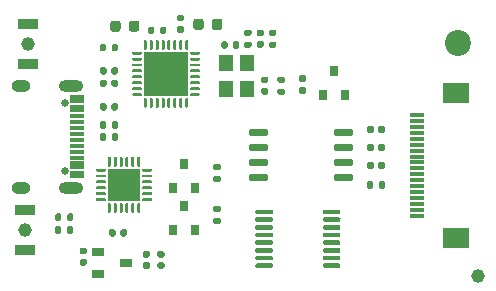
<source format=gbr>
%TF.GenerationSoftware,KiCad,Pcbnew,5.1.9-73d0e3b20d~88~ubuntu20.04.1*%
%TF.CreationDate,2021-02-21T20:05:17+08:00*%
%TF.ProjectId,weather_wifi,77656174-6865-4725-9f77-6966692e6b69,1.0*%
%TF.SameCoordinates,Original*%
%TF.FileFunction,Soldermask,Top*%
%TF.FilePolarity,Negative*%
%FSLAX46Y46*%
G04 Gerber Fmt 4.6, Leading zero omitted, Abs format (unit mm)*
G04 Created by KiCad (PCBNEW 5.1.9-73d0e3b20d~88~ubuntu20.04.1) date 2021-02-21 20:05:17*
%MOMM*%
%LPD*%
G01*
G04 APERTURE LIST*
%ADD10C,1.152000*%
%ADD11C,2.200000*%
%ADD12R,2.200000X1.800000*%
%ADD13R,1.300000X0.300000*%
%ADD14O,2.100000X1.000000*%
%ADD15O,1.600000X1.000000*%
%ADD16C,0.650000*%
%ADD17R,1.150000X0.300000*%
%ADD18R,0.800000X0.900000*%
%ADD19R,1.700000X0.900000*%
%ADD20R,1.000000X0.700000*%
%ADD21R,3.700000X3.700000*%
%ADD22R,2.700000X2.700000*%
%ADD23R,1.200000X1.400000*%
G04 APERTURE END LIST*
D10*
%TO.C,REF\u002A\u002A*%
X83317080Y-66375280D03*
%TD*%
D11*
%TO.C,REF\u002A\u002A*%
X81602580Y-46690280D03*
%TD*%
%TO.C,C4*%
G36*
G01*
X51870000Y-48852000D02*
X51870000Y-49192000D01*
G75*
G02*
X51730000Y-49332000I-140000J0D01*
G01*
X51450000Y-49332000D01*
G75*
G02*
X51310000Y-49192000I0J140000D01*
G01*
X51310000Y-48852000D01*
G75*
G02*
X51450000Y-48712000I140000J0D01*
G01*
X51730000Y-48712000D01*
G75*
G02*
X51870000Y-48852000I0J-140000D01*
G01*
G37*
G36*
G01*
X52830000Y-48852000D02*
X52830000Y-49192000D01*
G75*
G02*
X52690000Y-49332000I-140000J0D01*
G01*
X52410000Y-49332000D01*
G75*
G02*
X52270000Y-49192000I0J140000D01*
G01*
X52270000Y-48852000D01*
G75*
G02*
X52410000Y-48712000I140000J0D01*
G01*
X52690000Y-48712000D01*
G75*
G02*
X52830000Y-48852000I0J-140000D01*
G01*
G37*
%TD*%
D12*
%TO.C,J1*%
X81410000Y-50873000D03*
X81410000Y-63173000D03*
D13*
X78160000Y-61273000D03*
X78160000Y-60773000D03*
X78160000Y-60273000D03*
X78160000Y-59773000D03*
X78160000Y-59273000D03*
X78160000Y-58773000D03*
X78160000Y-58273000D03*
X78160000Y-57773000D03*
X78160000Y-57273000D03*
X78160000Y-56773000D03*
X78160000Y-56273000D03*
X78160000Y-55773000D03*
X78160000Y-55273000D03*
X78160000Y-54773000D03*
X78160000Y-54273000D03*
X78160000Y-53773000D03*
X78160000Y-53273000D03*
X78160000Y-52773000D03*
%TD*%
D14*
%TO.C,J2*%
X48825000Y-50290000D03*
X48825000Y-58930000D03*
D15*
X44645000Y-50290000D03*
X44645000Y-58930000D03*
D16*
X48325000Y-57500000D03*
X48325000Y-51720000D03*
D17*
X49390000Y-57660000D03*
X49390000Y-56860000D03*
X49390000Y-56360000D03*
X49390000Y-55860000D03*
X49390000Y-55360000D03*
X49390000Y-54860000D03*
X49390000Y-54360000D03*
X49390000Y-53860000D03*
X49390000Y-53360000D03*
X49390000Y-52860000D03*
X49390000Y-52060000D03*
X49390000Y-51260000D03*
X49390000Y-51560000D03*
X49390000Y-52360000D03*
X49390000Y-57160000D03*
X49390000Y-57960000D03*
%TD*%
%TO.C,L1*%
G36*
G01*
X59221920Y-45341250D02*
X59221920Y-44828750D01*
G75*
G02*
X59440670Y-44610000I218750J0D01*
G01*
X59878170Y-44610000D01*
G75*
G02*
X60096920Y-44828750I0J-218750D01*
G01*
X60096920Y-45341250D01*
G75*
G02*
X59878170Y-45560000I-218750J0D01*
G01*
X59440670Y-45560000D01*
G75*
G02*
X59221920Y-45341250I0J218750D01*
G01*
G37*
G36*
G01*
X60796920Y-45341250D02*
X60796920Y-44828750D01*
G75*
G02*
X61015670Y-44610000I218750J0D01*
G01*
X61453170Y-44610000D01*
G75*
G02*
X61671920Y-44828750I0J-218750D01*
G01*
X61671920Y-45341250D01*
G75*
G02*
X61453170Y-45560000I-218750J0D01*
G01*
X61015670Y-45560000D01*
G75*
G02*
X60796920Y-45341250I0J218750D01*
G01*
G37*
%TD*%
%TO.C,L2*%
G36*
G01*
X53056040Y-44981150D02*
X53056040Y-45493650D01*
G75*
G02*
X52837290Y-45712400I-218750J0D01*
G01*
X52399790Y-45712400D01*
G75*
G02*
X52181040Y-45493650I0J218750D01*
G01*
X52181040Y-44981150D01*
G75*
G02*
X52399790Y-44762400I218750J0D01*
G01*
X52837290Y-44762400D01*
G75*
G02*
X53056040Y-44981150I0J-218750D01*
G01*
G37*
G36*
G01*
X54631040Y-44981150D02*
X54631040Y-45493650D01*
G75*
G02*
X54412290Y-45712400I-218750J0D01*
G01*
X53974790Y-45712400D01*
G75*
G02*
X53756040Y-45493650I0J218750D01*
G01*
X53756040Y-44981150D01*
G75*
G02*
X53974790Y-44762400I218750J0D01*
G01*
X54412290Y-44762400D01*
G75*
G02*
X54631040Y-44981150I0J-218750D01*
G01*
G37*
%TD*%
D18*
%TO.C,Q1*%
X57470000Y-58912000D03*
X59370000Y-58912000D03*
X58420000Y-56912000D03*
%TD*%
%TO.C,Q2*%
X58420000Y-60468000D03*
X59370000Y-62468000D03*
X57470000Y-62468000D03*
%TD*%
%TO.C,Q3*%
X70170000Y-51038000D03*
X72070000Y-51038000D03*
X71120000Y-49038000D03*
%TD*%
D10*
%TO.C,SW1*%
X44958000Y-62484000D03*
D19*
X44958000Y-60784000D03*
X44958000Y-64184000D03*
%TD*%
%TO.C,SW2*%
X45212000Y-48436000D03*
X45212000Y-45036000D03*
D10*
X45212000Y-46736000D03*
%TD*%
D20*
%TO.C,U1*%
X51124000Y-64328000D03*
X51124000Y-66228000D03*
X53524000Y-65278000D03*
%TD*%
%TO.C,U2*%
G36*
G01*
X58583500Y-46426000D02*
X58708500Y-46426000D01*
G75*
G02*
X58771000Y-46488500I0J-62500D01*
G01*
X58771000Y-47163500D01*
G75*
G02*
X58708500Y-47226000I-62500J0D01*
G01*
X58583500Y-47226000D01*
G75*
G02*
X58521000Y-47163500I0J62500D01*
G01*
X58521000Y-46488500D01*
G75*
G02*
X58583500Y-46426000I62500J0D01*
G01*
G37*
G36*
G01*
X58083500Y-46426000D02*
X58208500Y-46426000D01*
G75*
G02*
X58271000Y-46488500I0J-62500D01*
G01*
X58271000Y-47163500D01*
G75*
G02*
X58208500Y-47226000I-62500J0D01*
G01*
X58083500Y-47226000D01*
G75*
G02*
X58021000Y-47163500I0J62500D01*
G01*
X58021000Y-46488500D01*
G75*
G02*
X58083500Y-46426000I62500J0D01*
G01*
G37*
G36*
G01*
X57583500Y-46426000D02*
X57708500Y-46426000D01*
G75*
G02*
X57771000Y-46488500I0J-62500D01*
G01*
X57771000Y-47163500D01*
G75*
G02*
X57708500Y-47226000I-62500J0D01*
G01*
X57583500Y-47226000D01*
G75*
G02*
X57521000Y-47163500I0J62500D01*
G01*
X57521000Y-46488500D01*
G75*
G02*
X57583500Y-46426000I62500J0D01*
G01*
G37*
G36*
G01*
X57083500Y-46426000D02*
X57208500Y-46426000D01*
G75*
G02*
X57271000Y-46488500I0J-62500D01*
G01*
X57271000Y-47163500D01*
G75*
G02*
X57208500Y-47226000I-62500J0D01*
G01*
X57083500Y-47226000D01*
G75*
G02*
X57021000Y-47163500I0J62500D01*
G01*
X57021000Y-46488500D01*
G75*
G02*
X57083500Y-46426000I62500J0D01*
G01*
G37*
G36*
G01*
X56583500Y-46426000D02*
X56708500Y-46426000D01*
G75*
G02*
X56771000Y-46488500I0J-62500D01*
G01*
X56771000Y-47163500D01*
G75*
G02*
X56708500Y-47226000I-62500J0D01*
G01*
X56583500Y-47226000D01*
G75*
G02*
X56521000Y-47163500I0J62500D01*
G01*
X56521000Y-46488500D01*
G75*
G02*
X56583500Y-46426000I62500J0D01*
G01*
G37*
G36*
G01*
X56083500Y-46426000D02*
X56208500Y-46426000D01*
G75*
G02*
X56271000Y-46488500I0J-62500D01*
G01*
X56271000Y-47163500D01*
G75*
G02*
X56208500Y-47226000I-62500J0D01*
G01*
X56083500Y-47226000D01*
G75*
G02*
X56021000Y-47163500I0J62500D01*
G01*
X56021000Y-46488500D01*
G75*
G02*
X56083500Y-46426000I62500J0D01*
G01*
G37*
G36*
G01*
X55583500Y-46426000D02*
X55708500Y-46426000D01*
G75*
G02*
X55771000Y-46488500I0J-62500D01*
G01*
X55771000Y-47163500D01*
G75*
G02*
X55708500Y-47226000I-62500J0D01*
G01*
X55583500Y-47226000D01*
G75*
G02*
X55521000Y-47163500I0J62500D01*
G01*
X55521000Y-46488500D01*
G75*
G02*
X55583500Y-46426000I62500J0D01*
G01*
G37*
G36*
G01*
X55083500Y-46426000D02*
X55208500Y-46426000D01*
G75*
G02*
X55271000Y-46488500I0J-62500D01*
G01*
X55271000Y-47163500D01*
G75*
G02*
X55208500Y-47226000I-62500J0D01*
G01*
X55083500Y-47226000D01*
G75*
G02*
X55021000Y-47163500I0J62500D01*
G01*
X55021000Y-46488500D01*
G75*
G02*
X55083500Y-46426000I62500J0D01*
G01*
G37*
G36*
G01*
X54108500Y-47401000D02*
X54783500Y-47401000D01*
G75*
G02*
X54846000Y-47463500I0J-62500D01*
G01*
X54846000Y-47588500D01*
G75*
G02*
X54783500Y-47651000I-62500J0D01*
G01*
X54108500Y-47651000D01*
G75*
G02*
X54046000Y-47588500I0J62500D01*
G01*
X54046000Y-47463500D01*
G75*
G02*
X54108500Y-47401000I62500J0D01*
G01*
G37*
G36*
G01*
X54108500Y-47901000D02*
X54783500Y-47901000D01*
G75*
G02*
X54846000Y-47963500I0J-62500D01*
G01*
X54846000Y-48088500D01*
G75*
G02*
X54783500Y-48151000I-62500J0D01*
G01*
X54108500Y-48151000D01*
G75*
G02*
X54046000Y-48088500I0J62500D01*
G01*
X54046000Y-47963500D01*
G75*
G02*
X54108500Y-47901000I62500J0D01*
G01*
G37*
G36*
G01*
X54108500Y-48401000D02*
X54783500Y-48401000D01*
G75*
G02*
X54846000Y-48463500I0J-62500D01*
G01*
X54846000Y-48588500D01*
G75*
G02*
X54783500Y-48651000I-62500J0D01*
G01*
X54108500Y-48651000D01*
G75*
G02*
X54046000Y-48588500I0J62500D01*
G01*
X54046000Y-48463500D01*
G75*
G02*
X54108500Y-48401000I62500J0D01*
G01*
G37*
G36*
G01*
X54108500Y-48901000D02*
X54783500Y-48901000D01*
G75*
G02*
X54846000Y-48963500I0J-62500D01*
G01*
X54846000Y-49088500D01*
G75*
G02*
X54783500Y-49151000I-62500J0D01*
G01*
X54108500Y-49151000D01*
G75*
G02*
X54046000Y-49088500I0J62500D01*
G01*
X54046000Y-48963500D01*
G75*
G02*
X54108500Y-48901000I62500J0D01*
G01*
G37*
G36*
G01*
X54108500Y-49401000D02*
X54783500Y-49401000D01*
G75*
G02*
X54846000Y-49463500I0J-62500D01*
G01*
X54846000Y-49588500D01*
G75*
G02*
X54783500Y-49651000I-62500J0D01*
G01*
X54108500Y-49651000D01*
G75*
G02*
X54046000Y-49588500I0J62500D01*
G01*
X54046000Y-49463500D01*
G75*
G02*
X54108500Y-49401000I62500J0D01*
G01*
G37*
G36*
G01*
X54108500Y-49901000D02*
X54783500Y-49901000D01*
G75*
G02*
X54846000Y-49963500I0J-62500D01*
G01*
X54846000Y-50088500D01*
G75*
G02*
X54783500Y-50151000I-62500J0D01*
G01*
X54108500Y-50151000D01*
G75*
G02*
X54046000Y-50088500I0J62500D01*
G01*
X54046000Y-49963500D01*
G75*
G02*
X54108500Y-49901000I62500J0D01*
G01*
G37*
G36*
G01*
X54108500Y-50401000D02*
X54783500Y-50401000D01*
G75*
G02*
X54846000Y-50463500I0J-62500D01*
G01*
X54846000Y-50588500D01*
G75*
G02*
X54783500Y-50651000I-62500J0D01*
G01*
X54108500Y-50651000D01*
G75*
G02*
X54046000Y-50588500I0J62500D01*
G01*
X54046000Y-50463500D01*
G75*
G02*
X54108500Y-50401000I62500J0D01*
G01*
G37*
G36*
G01*
X54108500Y-50901000D02*
X54783500Y-50901000D01*
G75*
G02*
X54846000Y-50963500I0J-62500D01*
G01*
X54846000Y-51088500D01*
G75*
G02*
X54783500Y-51151000I-62500J0D01*
G01*
X54108500Y-51151000D01*
G75*
G02*
X54046000Y-51088500I0J62500D01*
G01*
X54046000Y-50963500D01*
G75*
G02*
X54108500Y-50901000I62500J0D01*
G01*
G37*
G36*
G01*
X55083500Y-51326000D02*
X55208500Y-51326000D01*
G75*
G02*
X55271000Y-51388500I0J-62500D01*
G01*
X55271000Y-52063500D01*
G75*
G02*
X55208500Y-52126000I-62500J0D01*
G01*
X55083500Y-52126000D01*
G75*
G02*
X55021000Y-52063500I0J62500D01*
G01*
X55021000Y-51388500D01*
G75*
G02*
X55083500Y-51326000I62500J0D01*
G01*
G37*
G36*
G01*
X55583500Y-51326000D02*
X55708500Y-51326000D01*
G75*
G02*
X55771000Y-51388500I0J-62500D01*
G01*
X55771000Y-52063500D01*
G75*
G02*
X55708500Y-52126000I-62500J0D01*
G01*
X55583500Y-52126000D01*
G75*
G02*
X55521000Y-52063500I0J62500D01*
G01*
X55521000Y-51388500D01*
G75*
G02*
X55583500Y-51326000I62500J0D01*
G01*
G37*
G36*
G01*
X56083500Y-51326000D02*
X56208500Y-51326000D01*
G75*
G02*
X56271000Y-51388500I0J-62500D01*
G01*
X56271000Y-52063500D01*
G75*
G02*
X56208500Y-52126000I-62500J0D01*
G01*
X56083500Y-52126000D01*
G75*
G02*
X56021000Y-52063500I0J62500D01*
G01*
X56021000Y-51388500D01*
G75*
G02*
X56083500Y-51326000I62500J0D01*
G01*
G37*
G36*
G01*
X56583500Y-51326000D02*
X56708500Y-51326000D01*
G75*
G02*
X56771000Y-51388500I0J-62500D01*
G01*
X56771000Y-52063500D01*
G75*
G02*
X56708500Y-52126000I-62500J0D01*
G01*
X56583500Y-52126000D01*
G75*
G02*
X56521000Y-52063500I0J62500D01*
G01*
X56521000Y-51388500D01*
G75*
G02*
X56583500Y-51326000I62500J0D01*
G01*
G37*
G36*
G01*
X57083500Y-51326000D02*
X57208500Y-51326000D01*
G75*
G02*
X57271000Y-51388500I0J-62500D01*
G01*
X57271000Y-52063500D01*
G75*
G02*
X57208500Y-52126000I-62500J0D01*
G01*
X57083500Y-52126000D01*
G75*
G02*
X57021000Y-52063500I0J62500D01*
G01*
X57021000Y-51388500D01*
G75*
G02*
X57083500Y-51326000I62500J0D01*
G01*
G37*
G36*
G01*
X57583500Y-51326000D02*
X57708500Y-51326000D01*
G75*
G02*
X57771000Y-51388500I0J-62500D01*
G01*
X57771000Y-52063500D01*
G75*
G02*
X57708500Y-52126000I-62500J0D01*
G01*
X57583500Y-52126000D01*
G75*
G02*
X57521000Y-52063500I0J62500D01*
G01*
X57521000Y-51388500D01*
G75*
G02*
X57583500Y-51326000I62500J0D01*
G01*
G37*
G36*
G01*
X58083500Y-51326000D02*
X58208500Y-51326000D01*
G75*
G02*
X58271000Y-51388500I0J-62500D01*
G01*
X58271000Y-52063500D01*
G75*
G02*
X58208500Y-52126000I-62500J0D01*
G01*
X58083500Y-52126000D01*
G75*
G02*
X58021000Y-52063500I0J62500D01*
G01*
X58021000Y-51388500D01*
G75*
G02*
X58083500Y-51326000I62500J0D01*
G01*
G37*
G36*
G01*
X58583500Y-51326000D02*
X58708500Y-51326000D01*
G75*
G02*
X58771000Y-51388500I0J-62500D01*
G01*
X58771000Y-52063500D01*
G75*
G02*
X58708500Y-52126000I-62500J0D01*
G01*
X58583500Y-52126000D01*
G75*
G02*
X58521000Y-52063500I0J62500D01*
G01*
X58521000Y-51388500D01*
G75*
G02*
X58583500Y-51326000I62500J0D01*
G01*
G37*
G36*
G01*
X59008500Y-50901000D02*
X59683500Y-50901000D01*
G75*
G02*
X59746000Y-50963500I0J-62500D01*
G01*
X59746000Y-51088500D01*
G75*
G02*
X59683500Y-51151000I-62500J0D01*
G01*
X59008500Y-51151000D01*
G75*
G02*
X58946000Y-51088500I0J62500D01*
G01*
X58946000Y-50963500D01*
G75*
G02*
X59008500Y-50901000I62500J0D01*
G01*
G37*
G36*
G01*
X59008500Y-50401000D02*
X59683500Y-50401000D01*
G75*
G02*
X59746000Y-50463500I0J-62500D01*
G01*
X59746000Y-50588500D01*
G75*
G02*
X59683500Y-50651000I-62500J0D01*
G01*
X59008500Y-50651000D01*
G75*
G02*
X58946000Y-50588500I0J62500D01*
G01*
X58946000Y-50463500D01*
G75*
G02*
X59008500Y-50401000I62500J0D01*
G01*
G37*
G36*
G01*
X59008500Y-49901000D02*
X59683500Y-49901000D01*
G75*
G02*
X59746000Y-49963500I0J-62500D01*
G01*
X59746000Y-50088500D01*
G75*
G02*
X59683500Y-50151000I-62500J0D01*
G01*
X59008500Y-50151000D01*
G75*
G02*
X58946000Y-50088500I0J62500D01*
G01*
X58946000Y-49963500D01*
G75*
G02*
X59008500Y-49901000I62500J0D01*
G01*
G37*
G36*
G01*
X59008500Y-49401000D02*
X59683500Y-49401000D01*
G75*
G02*
X59746000Y-49463500I0J-62500D01*
G01*
X59746000Y-49588500D01*
G75*
G02*
X59683500Y-49651000I-62500J0D01*
G01*
X59008500Y-49651000D01*
G75*
G02*
X58946000Y-49588500I0J62500D01*
G01*
X58946000Y-49463500D01*
G75*
G02*
X59008500Y-49401000I62500J0D01*
G01*
G37*
G36*
G01*
X59008500Y-48901000D02*
X59683500Y-48901000D01*
G75*
G02*
X59746000Y-48963500I0J-62500D01*
G01*
X59746000Y-49088500D01*
G75*
G02*
X59683500Y-49151000I-62500J0D01*
G01*
X59008500Y-49151000D01*
G75*
G02*
X58946000Y-49088500I0J62500D01*
G01*
X58946000Y-48963500D01*
G75*
G02*
X59008500Y-48901000I62500J0D01*
G01*
G37*
G36*
G01*
X59008500Y-48401000D02*
X59683500Y-48401000D01*
G75*
G02*
X59746000Y-48463500I0J-62500D01*
G01*
X59746000Y-48588500D01*
G75*
G02*
X59683500Y-48651000I-62500J0D01*
G01*
X59008500Y-48651000D01*
G75*
G02*
X58946000Y-48588500I0J62500D01*
G01*
X58946000Y-48463500D01*
G75*
G02*
X59008500Y-48401000I62500J0D01*
G01*
G37*
G36*
G01*
X59008500Y-47901000D02*
X59683500Y-47901000D01*
G75*
G02*
X59746000Y-47963500I0J-62500D01*
G01*
X59746000Y-48088500D01*
G75*
G02*
X59683500Y-48151000I-62500J0D01*
G01*
X59008500Y-48151000D01*
G75*
G02*
X58946000Y-48088500I0J62500D01*
G01*
X58946000Y-47963500D01*
G75*
G02*
X59008500Y-47901000I62500J0D01*
G01*
G37*
G36*
G01*
X59008500Y-47401000D02*
X59683500Y-47401000D01*
G75*
G02*
X59746000Y-47463500I0J-62500D01*
G01*
X59746000Y-47588500D01*
G75*
G02*
X59683500Y-47651000I-62500J0D01*
G01*
X59008500Y-47651000D01*
G75*
G02*
X58946000Y-47588500I0J62500D01*
G01*
X58946000Y-47463500D01*
G75*
G02*
X59008500Y-47401000I62500J0D01*
G01*
G37*
D21*
X56896000Y-49276000D03*
%TD*%
%TO.C,U3*%
G36*
G01*
X63926000Y-54379000D02*
X63926000Y-54079000D01*
G75*
G02*
X64076000Y-53929000I150000J0D01*
G01*
X65376000Y-53929000D01*
G75*
G02*
X65526000Y-54079000I0J-150000D01*
G01*
X65526000Y-54379000D01*
G75*
G02*
X65376000Y-54529000I-150000J0D01*
G01*
X64076000Y-54529000D01*
G75*
G02*
X63926000Y-54379000I0J150000D01*
G01*
G37*
G36*
G01*
X63926000Y-55649000D02*
X63926000Y-55349000D01*
G75*
G02*
X64076000Y-55199000I150000J0D01*
G01*
X65376000Y-55199000D01*
G75*
G02*
X65526000Y-55349000I0J-150000D01*
G01*
X65526000Y-55649000D01*
G75*
G02*
X65376000Y-55799000I-150000J0D01*
G01*
X64076000Y-55799000D01*
G75*
G02*
X63926000Y-55649000I0J150000D01*
G01*
G37*
G36*
G01*
X63926000Y-56919000D02*
X63926000Y-56619000D01*
G75*
G02*
X64076000Y-56469000I150000J0D01*
G01*
X65376000Y-56469000D01*
G75*
G02*
X65526000Y-56619000I0J-150000D01*
G01*
X65526000Y-56919000D01*
G75*
G02*
X65376000Y-57069000I-150000J0D01*
G01*
X64076000Y-57069000D01*
G75*
G02*
X63926000Y-56919000I0J150000D01*
G01*
G37*
G36*
G01*
X63926000Y-58189000D02*
X63926000Y-57889000D01*
G75*
G02*
X64076000Y-57739000I150000J0D01*
G01*
X65376000Y-57739000D01*
G75*
G02*
X65526000Y-57889000I0J-150000D01*
G01*
X65526000Y-58189000D01*
G75*
G02*
X65376000Y-58339000I-150000J0D01*
G01*
X64076000Y-58339000D01*
G75*
G02*
X63926000Y-58189000I0J150000D01*
G01*
G37*
G36*
G01*
X71126000Y-58189000D02*
X71126000Y-57889000D01*
G75*
G02*
X71276000Y-57739000I150000J0D01*
G01*
X72576000Y-57739000D01*
G75*
G02*
X72726000Y-57889000I0J-150000D01*
G01*
X72726000Y-58189000D01*
G75*
G02*
X72576000Y-58339000I-150000J0D01*
G01*
X71276000Y-58339000D01*
G75*
G02*
X71126000Y-58189000I0J150000D01*
G01*
G37*
G36*
G01*
X71126000Y-56919000D02*
X71126000Y-56619000D01*
G75*
G02*
X71276000Y-56469000I150000J0D01*
G01*
X72576000Y-56469000D01*
G75*
G02*
X72726000Y-56619000I0J-150000D01*
G01*
X72726000Y-56919000D01*
G75*
G02*
X72576000Y-57069000I-150000J0D01*
G01*
X71276000Y-57069000D01*
G75*
G02*
X71126000Y-56919000I0J150000D01*
G01*
G37*
G36*
G01*
X71126000Y-55649000D02*
X71126000Y-55349000D01*
G75*
G02*
X71276000Y-55199000I150000J0D01*
G01*
X72576000Y-55199000D01*
G75*
G02*
X72726000Y-55349000I0J-150000D01*
G01*
X72726000Y-55649000D01*
G75*
G02*
X72576000Y-55799000I-150000J0D01*
G01*
X71276000Y-55799000D01*
G75*
G02*
X71126000Y-55649000I0J150000D01*
G01*
G37*
G36*
G01*
X71126000Y-54379000D02*
X71126000Y-54079000D01*
G75*
G02*
X71276000Y-53929000I150000J0D01*
G01*
X72576000Y-53929000D01*
G75*
G02*
X72726000Y-54079000I0J-150000D01*
G01*
X72726000Y-54379000D01*
G75*
G02*
X72576000Y-54529000I-150000J0D01*
G01*
X71276000Y-54529000D01*
G75*
G02*
X71126000Y-54379000I0J150000D01*
G01*
G37*
%TD*%
%TO.C,U4*%
G36*
G01*
X50965000Y-57486500D02*
X50965000Y-57361500D01*
G75*
G02*
X51027500Y-57299000I62500J0D01*
G01*
X51727500Y-57299000D01*
G75*
G02*
X51790000Y-57361500I0J-62500D01*
G01*
X51790000Y-57486500D01*
G75*
G02*
X51727500Y-57549000I-62500J0D01*
G01*
X51027500Y-57549000D01*
G75*
G02*
X50965000Y-57486500I0J62500D01*
G01*
G37*
G36*
G01*
X50965000Y-57986500D02*
X50965000Y-57861500D01*
G75*
G02*
X51027500Y-57799000I62500J0D01*
G01*
X51727500Y-57799000D01*
G75*
G02*
X51790000Y-57861500I0J-62500D01*
G01*
X51790000Y-57986500D01*
G75*
G02*
X51727500Y-58049000I-62500J0D01*
G01*
X51027500Y-58049000D01*
G75*
G02*
X50965000Y-57986500I0J62500D01*
G01*
G37*
G36*
G01*
X50965000Y-58486500D02*
X50965000Y-58361500D01*
G75*
G02*
X51027500Y-58299000I62500J0D01*
G01*
X51727500Y-58299000D01*
G75*
G02*
X51790000Y-58361500I0J-62500D01*
G01*
X51790000Y-58486500D01*
G75*
G02*
X51727500Y-58549000I-62500J0D01*
G01*
X51027500Y-58549000D01*
G75*
G02*
X50965000Y-58486500I0J62500D01*
G01*
G37*
G36*
G01*
X50965000Y-58986500D02*
X50965000Y-58861500D01*
G75*
G02*
X51027500Y-58799000I62500J0D01*
G01*
X51727500Y-58799000D01*
G75*
G02*
X51790000Y-58861500I0J-62500D01*
G01*
X51790000Y-58986500D01*
G75*
G02*
X51727500Y-59049000I-62500J0D01*
G01*
X51027500Y-59049000D01*
G75*
G02*
X50965000Y-58986500I0J62500D01*
G01*
G37*
G36*
G01*
X50965000Y-59486500D02*
X50965000Y-59361500D01*
G75*
G02*
X51027500Y-59299000I62500J0D01*
G01*
X51727500Y-59299000D01*
G75*
G02*
X51790000Y-59361500I0J-62500D01*
G01*
X51790000Y-59486500D01*
G75*
G02*
X51727500Y-59549000I-62500J0D01*
G01*
X51027500Y-59549000D01*
G75*
G02*
X50965000Y-59486500I0J62500D01*
G01*
G37*
G36*
G01*
X50965000Y-59986500D02*
X50965000Y-59861500D01*
G75*
G02*
X51027500Y-59799000I62500J0D01*
G01*
X51727500Y-59799000D01*
G75*
G02*
X51790000Y-59861500I0J-62500D01*
G01*
X51790000Y-59986500D01*
G75*
G02*
X51727500Y-60049000I-62500J0D01*
G01*
X51027500Y-60049000D01*
G75*
G02*
X50965000Y-59986500I0J62500D01*
G01*
G37*
G36*
G01*
X51965000Y-60986500D02*
X51965000Y-60286500D01*
G75*
G02*
X52027500Y-60224000I62500J0D01*
G01*
X52152500Y-60224000D01*
G75*
G02*
X52215000Y-60286500I0J-62500D01*
G01*
X52215000Y-60986500D01*
G75*
G02*
X52152500Y-61049000I-62500J0D01*
G01*
X52027500Y-61049000D01*
G75*
G02*
X51965000Y-60986500I0J62500D01*
G01*
G37*
G36*
G01*
X52465000Y-60986500D02*
X52465000Y-60286500D01*
G75*
G02*
X52527500Y-60224000I62500J0D01*
G01*
X52652500Y-60224000D01*
G75*
G02*
X52715000Y-60286500I0J-62500D01*
G01*
X52715000Y-60986500D01*
G75*
G02*
X52652500Y-61049000I-62500J0D01*
G01*
X52527500Y-61049000D01*
G75*
G02*
X52465000Y-60986500I0J62500D01*
G01*
G37*
G36*
G01*
X52965000Y-60986500D02*
X52965000Y-60286500D01*
G75*
G02*
X53027500Y-60224000I62500J0D01*
G01*
X53152500Y-60224000D01*
G75*
G02*
X53215000Y-60286500I0J-62500D01*
G01*
X53215000Y-60986500D01*
G75*
G02*
X53152500Y-61049000I-62500J0D01*
G01*
X53027500Y-61049000D01*
G75*
G02*
X52965000Y-60986500I0J62500D01*
G01*
G37*
G36*
G01*
X53465000Y-60986500D02*
X53465000Y-60286500D01*
G75*
G02*
X53527500Y-60224000I62500J0D01*
G01*
X53652500Y-60224000D01*
G75*
G02*
X53715000Y-60286500I0J-62500D01*
G01*
X53715000Y-60986500D01*
G75*
G02*
X53652500Y-61049000I-62500J0D01*
G01*
X53527500Y-61049000D01*
G75*
G02*
X53465000Y-60986500I0J62500D01*
G01*
G37*
G36*
G01*
X53965000Y-60986500D02*
X53965000Y-60286500D01*
G75*
G02*
X54027500Y-60224000I62500J0D01*
G01*
X54152500Y-60224000D01*
G75*
G02*
X54215000Y-60286500I0J-62500D01*
G01*
X54215000Y-60986500D01*
G75*
G02*
X54152500Y-61049000I-62500J0D01*
G01*
X54027500Y-61049000D01*
G75*
G02*
X53965000Y-60986500I0J62500D01*
G01*
G37*
G36*
G01*
X54465000Y-60986500D02*
X54465000Y-60286500D01*
G75*
G02*
X54527500Y-60224000I62500J0D01*
G01*
X54652500Y-60224000D01*
G75*
G02*
X54715000Y-60286500I0J-62500D01*
G01*
X54715000Y-60986500D01*
G75*
G02*
X54652500Y-61049000I-62500J0D01*
G01*
X54527500Y-61049000D01*
G75*
G02*
X54465000Y-60986500I0J62500D01*
G01*
G37*
G36*
G01*
X54890000Y-59986500D02*
X54890000Y-59861500D01*
G75*
G02*
X54952500Y-59799000I62500J0D01*
G01*
X55652500Y-59799000D01*
G75*
G02*
X55715000Y-59861500I0J-62500D01*
G01*
X55715000Y-59986500D01*
G75*
G02*
X55652500Y-60049000I-62500J0D01*
G01*
X54952500Y-60049000D01*
G75*
G02*
X54890000Y-59986500I0J62500D01*
G01*
G37*
G36*
G01*
X54890000Y-59486500D02*
X54890000Y-59361500D01*
G75*
G02*
X54952500Y-59299000I62500J0D01*
G01*
X55652500Y-59299000D01*
G75*
G02*
X55715000Y-59361500I0J-62500D01*
G01*
X55715000Y-59486500D01*
G75*
G02*
X55652500Y-59549000I-62500J0D01*
G01*
X54952500Y-59549000D01*
G75*
G02*
X54890000Y-59486500I0J62500D01*
G01*
G37*
G36*
G01*
X54890000Y-58986500D02*
X54890000Y-58861500D01*
G75*
G02*
X54952500Y-58799000I62500J0D01*
G01*
X55652500Y-58799000D01*
G75*
G02*
X55715000Y-58861500I0J-62500D01*
G01*
X55715000Y-58986500D01*
G75*
G02*
X55652500Y-59049000I-62500J0D01*
G01*
X54952500Y-59049000D01*
G75*
G02*
X54890000Y-58986500I0J62500D01*
G01*
G37*
G36*
G01*
X54890000Y-58486500D02*
X54890000Y-58361500D01*
G75*
G02*
X54952500Y-58299000I62500J0D01*
G01*
X55652500Y-58299000D01*
G75*
G02*
X55715000Y-58361500I0J-62500D01*
G01*
X55715000Y-58486500D01*
G75*
G02*
X55652500Y-58549000I-62500J0D01*
G01*
X54952500Y-58549000D01*
G75*
G02*
X54890000Y-58486500I0J62500D01*
G01*
G37*
G36*
G01*
X54890000Y-57986500D02*
X54890000Y-57861500D01*
G75*
G02*
X54952500Y-57799000I62500J0D01*
G01*
X55652500Y-57799000D01*
G75*
G02*
X55715000Y-57861500I0J-62500D01*
G01*
X55715000Y-57986500D01*
G75*
G02*
X55652500Y-58049000I-62500J0D01*
G01*
X54952500Y-58049000D01*
G75*
G02*
X54890000Y-57986500I0J62500D01*
G01*
G37*
G36*
G01*
X54890000Y-57486500D02*
X54890000Y-57361500D01*
G75*
G02*
X54952500Y-57299000I62500J0D01*
G01*
X55652500Y-57299000D01*
G75*
G02*
X55715000Y-57361500I0J-62500D01*
G01*
X55715000Y-57486500D01*
G75*
G02*
X55652500Y-57549000I-62500J0D01*
G01*
X54952500Y-57549000D01*
G75*
G02*
X54890000Y-57486500I0J62500D01*
G01*
G37*
G36*
G01*
X54465000Y-57061500D02*
X54465000Y-56361500D01*
G75*
G02*
X54527500Y-56299000I62500J0D01*
G01*
X54652500Y-56299000D01*
G75*
G02*
X54715000Y-56361500I0J-62500D01*
G01*
X54715000Y-57061500D01*
G75*
G02*
X54652500Y-57124000I-62500J0D01*
G01*
X54527500Y-57124000D01*
G75*
G02*
X54465000Y-57061500I0J62500D01*
G01*
G37*
G36*
G01*
X53965000Y-57061500D02*
X53965000Y-56361500D01*
G75*
G02*
X54027500Y-56299000I62500J0D01*
G01*
X54152500Y-56299000D01*
G75*
G02*
X54215000Y-56361500I0J-62500D01*
G01*
X54215000Y-57061500D01*
G75*
G02*
X54152500Y-57124000I-62500J0D01*
G01*
X54027500Y-57124000D01*
G75*
G02*
X53965000Y-57061500I0J62500D01*
G01*
G37*
G36*
G01*
X53465000Y-57061500D02*
X53465000Y-56361500D01*
G75*
G02*
X53527500Y-56299000I62500J0D01*
G01*
X53652500Y-56299000D01*
G75*
G02*
X53715000Y-56361500I0J-62500D01*
G01*
X53715000Y-57061500D01*
G75*
G02*
X53652500Y-57124000I-62500J0D01*
G01*
X53527500Y-57124000D01*
G75*
G02*
X53465000Y-57061500I0J62500D01*
G01*
G37*
G36*
G01*
X52965000Y-57061500D02*
X52965000Y-56361500D01*
G75*
G02*
X53027500Y-56299000I62500J0D01*
G01*
X53152500Y-56299000D01*
G75*
G02*
X53215000Y-56361500I0J-62500D01*
G01*
X53215000Y-57061500D01*
G75*
G02*
X53152500Y-57124000I-62500J0D01*
G01*
X53027500Y-57124000D01*
G75*
G02*
X52965000Y-57061500I0J62500D01*
G01*
G37*
G36*
G01*
X52465000Y-57061500D02*
X52465000Y-56361500D01*
G75*
G02*
X52527500Y-56299000I62500J0D01*
G01*
X52652500Y-56299000D01*
G75*
G02*
X52715000Y-56361500I0J-62500D01*
G01*
X52715000Y-57061500D01*
G75*
G02*
X52652500Y-57124000I-62500J0D01*
G01*
X52527500Y-57124000D01*
G75*
G02*
X52465000Y-57061500I0J62500D01*
G01*
G37*
G36*
G01*
X51965000Y-57061500D02*
X51965000Y-56361500D01*
G75*
G02*
X52027500Y-56299000I62500J0D01*
G01*
X52152500Y-56299000D01*
G75*
G02*
X52215000Y-56361500I0J-62500D01*
G01*
X52215000Y-57061500D01*
G75*
G02*
X52152500Y-57124000I-62500J0D01*
G01*
X52027500Y-57124000D01*
G75*
G02*
X51965000Y-57061500I0J62500D01*
G01*
G37*
D22*
X53340000Y-58674000D03*
%TD*%
%TO.C,U5*%
G36*
G01*
X71672000Y-65421000D02*
X71672000Y-65621000D01*
G75*
G02*
X71572000Y-65721000I-100000J0D01*
G01*
X70297000Y-65721000D01*
G75*
G02*
X70197000Y-65621000I0J100000D01*
G01*
X70197000Y-65421000D01*
G75*
G02*
X70297000Y-65321000I100000J0D01*
G01*
X71572000Y-65321000D01*
G75*
G02*
X71672000Y-65421000I0J-100000D01*
G01*
G37*
G36*
G01*
X71672000Y-64771000D02*
X71672000Y-64971000D01*
G75*
G02*
X71572000Y-65071000I-100000J0D01*
G01*
X70297000Y-65071000D01*
G75*
G02*
X70197000Y-64971000I0J100000D01*
G01*
X70197000Y-64771000D01*
G75*
G02*
X70297000Y-64671000I100000J0D01*
G01*
X71572000Y-64671000D01*
G75*
G02*
X71672000Y-64771000I0J-100000D01*
G01*
G37*
G36*
G01*
X71672000Y-64121000D02*
X71672000Y-64321000D01*
G75*
G02*
X71572000Y-64421000I-100000J0D01*
G01*
X70297000Y-64421000D01*
G75*
G02*
X70197000Y-64321000I0J100000D01*
G01*
X70197000Y-64121000D01*
G75*
G02*
X70297000Y-64021000I100000J0D01*
G01*
X71572000Y-64021000D01*
G75*
G02*
X71672000Y-64121000I0J-100000D01*
G01*
G37*
G36*
G01*
X71672000Y-63471000D02*
X71672000Y-63671000D01*
G75*
G02*
X71572000Y-63771000I-100000J0D01*
G01*
X70297000Y-63771000D01*
G75*
G02*
X70197000Y-63671000I0J100000D01*
G01*
X70197000Y-63471000D01*
G75*
G02*
X70297000Y-63371000I100000J0D01*
G01*
X71572000Y-63371000D01*
G75*
G02*
X71672000Y-63471000I0J-100000D01*
G01*
G37*
G36*
G01*
X71672000Y-62821000D02*
X71672000Y-63021000D01*
G75*
G02*
X71572000Y-63121000I-100000J0D01*
G01*
X70297000Y-63121000D01*
G75*
G02*
X70197000Y-63021000I0J100000D01*
G01*
X70197000Y-62821000D01*
G75*
G02*
X70297000Y-62721000I100000J0D01*
G01*
X71572000Y-62721000D01*
G75*
G02*
X71672000Y-62821000I0J-100000D01*
G01*
G37*
G36*
G01*
X71672000Y-62171000D02*
X71672000Y-62371000D01*
G75*
G02*
X71572000Y-62471000I-100000J0D01*
G01*
X70297000Y-62471000D01*
G75*
G02*
X70197000Y-62371000I0J100000D01*
G01*
X70197000Y-62171000D01*
G75*
G02*
X70297000Y-62071000I100000J0D01*
G01*
X71572000Y-62071000D01*
G75*
G02*
X71672000Y-62171000I0J-100000D01*
G01*
G37*
G36*
G01*
X71672000Y-61521000D02*
X71672000Y-61721000D01*
G75*
G02*
X71572000Y-61821000I-100000J0D01*
G01*
X70297000Y-61821000D01*
G75*
G02*
X70197000Y-61721000I0J100000D01*
G01*
X70197000Y-61521000D01*
G75*
G02*
X70297000Y-61421000I100000J0D01*
G01*
X71572000Y-61421000D01*
G75*
G02*
X71672000Y-61521000I0J-100000D01*
G01*
G37*
G36*
G01*
X71672000Y-60871000D02*
X71672000Y-61071000D01*
G75*
G02*
X71572000Y-61171000I-100000J0D01*
G01*
X70297000Y-61171000D01*
G75*
G02*
X70197000Y-61071000I0J100000D01*
G01*
X70197000Y-60871000D01*
G75*
G02*
X70297000Y-60771000I100000J0D01*
G01*
X71572000Y-60771000D01*
G75*
G02*
X71672000Y-60871000I0J-100000D01*
G01*
G37*
G36*
G01*
X65947000Y-60871000D02*
X65947000Y-61071000D01*
G75*
G02*
X65847000Y-61171000I-100000J0D01*
G01*
X64572000Y-61171000D01*
G75*
G02*
X64472000Y-61071000I0J100000D01*
G01*
X64472000Y-60871000D01*
G75*
G02*
X64572000Y-60771000I100000J0D01*
G01*
X65847000Y-60771000D01*
G75*
G02*
X65947000Y-60871000I0J-100000D01*
G01*
G37*
G36*
G01*
X65947000Y-61521000D02*
X65947000Y-61721000D01*
G75*
G02*
X65847000Y-61821000I-100000J0D01*
G01*
X64572000Y-61821000D01*
G75*
G02*
X64472000Y-61721000I0J100000D01*
G01*
X64472000Y-61521000D01*
G75*
G02*
X64572000Y-61421000I100000J0D01*
G01*
X65847000Y-61421000D01*
G75*
G02*
X65947000Y-61521000I0J-100000D01*
G01*
G37*
G36*
G01*
X65947000Y-62171000D02*
X65947000Y-62371000D01*
G75*
G02*
X65847000Y-62471000I-100000J0D01*
G01*
X64572000Y-62471000D01*
G75*
G02*
X64472000Y-62371000I0J100000D01*
G01*
X64472000Y-62171000D01*
G75*
G02*
X64572000Y-62071000I100000J0D01*
G01*
X65847000Y-62071000D01*
G75*
G02*
X65947000Y-62171000I0J-100000D01*
G01*
G37*
G36*
G01*
X65947000Y-62821000D02*
X65947000Y-63021000D01*
G75*
G02*
X65847000Y-63121000I-100000J0D01*
G01*
X64572000Y-63121000D01*
G75*
G02*
X64472000Y-63021000I0J100000D01*
G01*
X64472000Y-62821000D01*
G75*
G02*
X64572000Y-62721000I100000J0D01*
G01*
X65847000Y-62721000D01*
G75*
G02*
X65947000Y-62821000I0J-100000D01*
G01*
G37*
G36*
G01*
X65947000Y-63471000D02*
X65947000Y-63671000D01*
G75*
G02*
X65847000Y-63771000I-100000J0D01*
G01*
X64572000Y-63771000D01*
G75*
G02*
X64472000Y-63671000I0J100000D01*
G01*
X64472000Y-63471000D01*
G75*
G02*
X64572000Y-63371000I100000J0D01*
G01*
X65847000Y-63371000D01*
G75*
G02*
X65947000Y-63471000I0J-100000D01*
G01*
G37*
G36*
G01*
X65947000Y-64121000D02*
X65947000Y-64321000D01*
G75*
G02*
X65847000Y-64421000I-100000J0D01*
G01*
X64572000Y-64421000D01*
G75*
G02*
X64472000Y-64321000I0J100000D01*
G01*
X64472000Y-64121000D01*
G75*
G02*
X64572000Y-64021000I100000J0D01*
G01*
X65847000Y-64021000D01*
G75*
G02*
X65947000Y-64121000I0J-100000D01*
G01*
G37*
G36*
G01*
X65947000Y-64771000D02*
X65947000Y-64971000D01*
G75*
G02*
X65847000Y-65071000I-100000J0D01*
G01*
X64572000Y-65071000D01*
G75*
G02*
X64472000Y-64971000I0J100000D01*
G01*
X64472000Y-64771000D01*
G75*
G02*
X64572000Y-64671000I100000J0D01*
G01*
X65847000Y-64671000D01*
G75*
G02*
X65947000Y-64771000I0J-100000D01*
G01*
G37*
G36*
G01*
X65947000Y-65421000D02*
X65947000Y-65621000D01*
G75*
G02*
X65847000Y-65721000I-100000J0D01*
G01*
X64572000Y-65721000D01*
G75*
G02*
X64472000Y-65621000I0J100000D01*
G01*
X64472000Y-65421000D01*
G75*
G02*
X64572000Y-65321000I100000J0D01*
G01*
X65847000Y-65321000D01*
G75*
G02*
X65947000Y-65421000I0J-100000D01*
G01*
G37*
%TD*%
D23*
%TO.C,Y1*%
X62015000Y-48374120D03*
X62015000Y-50574120D03*
X63715000Y-50574120D03*
X63715000Y-48374120D03*
%TD*%
%TO.C,C1*%
G36*
G01*
X55415000Y-64824000D02*
X55075000Y-64824000D01*
G75*
G02*
X54935000Y-64684000I0J140000D01*
G01*
X54935000Y-64404000D01*
G75*
G02*
X55075000Y-64264000I140000J0D01*
G01*
X55415000Y-64264000D01*
G75*
G02*
X55555000Y-64404000I0J-140000D01*
G01*
X55555000Y-64684000D01*
G75*
G02*
X55415000Y-64824000I-140000J0D01*
G01*
G37*
G36*
G01*
X55415000Y-65784000D02*
X55075000Y-65784000D01*
G75*
G02*
X54935000Y-65644000I0J140000D01*
G01*
X54935000Y-65364000D01*
G75*
G02*
X55075000Y-65224000I140000J0D01*
G01*
X55415000Y-65224000D01*
G75*
G02*
X55555000Y-65364000I0J-140000D01*
G01*
X55555000Y-65644000D01*
G75*
G02*
X55415000Y-65784000I-140000J0D01*
G01*
G37*
%TD*%
%TO.C,C2*%
G36*
G01*
X65427680Y-50066600D02*
X65087680Y-50066600D01*
G75*
G02*
X64947680Y-49926600I0J140000D01*
G01*
X64947680Y-49646600D01*
G75*
G02*
X65087680Y-49506600I140000J0D01*
G01*
X65427680Y-49506600D01*
G75*
G02*
X65567680Y-49646600I0J-140000D01*
G01*
X65567680Y-49926600D01*
G75*
G02*
X65427680Y-50066600I-140000J0D01*
G01*
G37*
G36*
G01*
X65427680Y-51026600D02*
X65087680Y-51026600D01*
G75*
G02*
X64947680Y-50886600I0J140000D01*
G01*
X64947680Y-50606600D01*
G75*
G02*
X65087680Y-50466600I140000J0D01*
G01*
X65427680Y-50466600D01*
G75*
G02*
X65567680Y-50606600I0J-140000D01*
G01*
X65567680Y-50886600D01*
G75*
G02*
X65427680Y-51026600I-140000J0D01*
G01*
G37*
%TD*%
%TO.C,C3*%
G36*
G01*
X62531600Y-47002520D02*
X62531600Y-46662520D01*
G75*
G02*
X62671600Y-46522520I140000J0D01*
G01*
X62951600Y-46522520D01*
G75*
G02*
X63091600Y-46662520I0J-140000D01*
G01*
X63091600Y-47002520D01*
G75*
G02*
X62951600Y-47142520I-140000J0D01*
G01*
X62671600Y-47142520D01*
G75*
G02*
X62531600Y-47002520I0J140000D01*
G01*
G37*
G36*
G01*
X61571600Y-47002520D02*
X61571600Y-46662520D01*
G75*
G02*
X61711600Y-46522520I140000J0D01*
G01*
X61991600Y-46522520D01*
G75*
G02*
X62131600Y-46662520I0J-140000D01*
G01*
X62131600Y-47002520D01*
G75*
G02*
X61991600Y-47142520I-140000J0D01*
G01*
X61711600Y-47142520D01*
G75*
G02*
X61571600Y-47002520I0J140000D01*
G01*
G37*
%TD*%
%TO.C,C5*%
G36*
G01*
X50055600Y-65519840D02*
X49715600Y-65519840D01*
G75*
G02*
X49575600Y-65379840I0J140000D01*
G01*
X49575600Y-65099840D01*
G75*
G02*
X49715600Y-64959840I140000J0D01*
G01*
X50055600Y-64959840D01*
G75*
G02*
X50195600Y-65099840I0J-140000D01*
G01*
X50195600Y-65379840D01*
G75*
G02*
X50055600Y-65519840I-140000J0D01*
G01*
G37*
G36*
G01*
X50055600Y-64559840D02*
X49715600Y-64559840D01*
G75*
G02*
X49575600Y-64419840I0J140000D01*
G01*
X49575600Y-64139840D01*
G75*
G02*
X49715600Y-63999840I140000J0D01*
G01*
X50055600Y-63999840D01*
G75*
G02*
X50195600Y-64139840I0J-140000D01*
G01*
X50195600Y-64419840D01*
G75*
G02*
X50055600Y-64559840I-140000J0D01*
G01*
G37*
%TD*%
%TO.C,C6*%
G36*
G01*
X51864920Y-49893400D02*
X51864920Y-50233400D01*
G75*
G02*
X51724920Y-50373400I-140000J0D01*
G01*
X51444920Y-50373400D01*
G75*
G02*
X51304920Y-50233400I0J140000D01*
G01*
X51304920Y-49893400D01*
G75*
G02*
X51444920Y-49753400I140000J0D01*
G01*
X51724920Y-49753400D01*
G75*
G02*
X51864920Y-49893400I0J-140000D01*
G01*
G37*
G36*
G01*
X52824920Y-49893400D02*
X52824920Y-50233400D01*
G75*
G02*
X52684920Y-50373400I-140000J0D01*
G01*
X52404920Y-50373400D01*
G75*
G02*
X52264920Y-50233400I0J140000D01*
G01*
X52264920Y-49893400D01*
G75*
G02*
X52404920Y-49753400I140000J0D01*
G01*
X52684920Y-49753400D01*
G75*
G02*
X52824920Y-49893400I0J-140000D01*
G01*
G37*
%TD*%
%TO.C,C7*%
G36*
G01*
X51870000Y-51900000D02*
X51870000Y-52240000D01*
G75*
G02*
X51730000Y-52380000I-140000J0D01*
G01*
X51450000Y-52380000D01*
G75*
G02*
X51310000Y-52240000I0J140000D01*
G01*
X51310000Y-51900000D01*
G75*
G02*
X51450000Y-51760000I140000J0D01*
G01*
X51730000Y-51760000D01*
G75*
G02*
X51870000Y-51900000I0J-140000D01*
G01*
G37*
G36*
G01*
X52830000Y-51900000D02*
X52830000Y-52240000D01*
G75*
G02*
X52690000Y-52380000I-140000J0D01*
G01*
X52410000Y-52380000D01*
G75*
G02*
X52270000Y-52240000I0J140000D01*
G01*
X52270000Y-51900000D01*
G75*
G02*
X52410000Y-51760000I140000J0D01*
G01*
X52690000Y-51760000D01*
G75*
G02*
X52830000Y-51900000I0J-140000D01*
G01*
G37*
%TD*%
%TO.C,C8*%
G36*
G01*
X56634200Y-64824000D02*
X56294200Y-64824000D01*
G75*
G02*
X56154200Y-64684000I0J140000D01*
G01*
X56154200Y-64404000D01*
G75*
G02*
X56294200Y-64264000I140000J0D01*
G01*
X56634200Y-64264000D01*
G75*
G02*
X56774200Y-64404000I0J-140000D01*
G01*
X56774200Y-64684000D01*
G75*
G02*
X56634200Y-64824000I-140000J0D01*
G01*
G37*
G36*
G01*
X56634200Y-65784000D02*
X56294200Y-65784000D01*
G75*
G02*
X56154200Y-65644000I0J140000D01*
G01*
X56154200Y-65364000D01*
G75*
G02*
X56294200Y-65224000I140000J0D01*
G01*
X56634200Y-65224000D01*
G75*
G02*
X56774200Y-65364000I0J-140000D01*
G01*
X56774200Y-65644000D01*
G75*
G02*
X56634200Y-65784000I-140000J0D01*
G01*
G37*
%TD*%
%TO.C,C9*%
G36*
G01*
X52632000Y-62568000D02*
X52632000Y-62908000D01*
G75*
G02*
X52492000Y-63048000I-140000J0D01*
G01*
X52212000Y-63048000D01*
G75*
G02*
X52072000Y-62908000I0J140000D01*
G01*
X52072000Y-62568000D01*
G75*
G02*
X52212000Y-62428000I140000J0D01*
G01*
X52492000Y-62428000D01*
G75*
G02*
X52632000Y-62568000I0J-140000D01*
G01*
G37*
G36*
G01*
X53592000Y-62568000D02*
X53592000Y-62908000D01*
G75*
G02*
X53452000Y-63048000I-140000J0D01*
G01*
X53172000Y-63048000D01*
G75*
G02*
X53032000Y-62908000I0J140000D01*
G01*
X53032000Y-62568000D01*
G75*
G02*
X53172000Y-62428000I140000J0D01*
G01*
X53452000Y-62428000D01*
G75*
G02*
X53592000Y-62568000I0J-140000D01*
G01*
G37*
%TD*%
%TO.C,C10*%
G36*
G01*
X73916000Y-54145000D02*
X73916000Y-53805000D01*
G75*
G02*
X74056000Y-53665000I140000J0D01*
G01*
X74336000Y-53665000D01*
G75*
G02*
X74476000Y-53805000I0J-140000D01*
G01*
X74476000Y-54145000D01*
G75*
G02*
X74336000Y-54285000I-140000J0D01*
G01*
X74056000Y-54285000D01*
G75*
G02*
X73916000Y-54145000I0J140000D01*
G01*
G37*
G36*
G01*
X74876000Y-54145000D02*
X74876000Y-53805000D01*
G75*
G02*
X75016000Y-53665000I140000J0D01*
G01*
X75296000Y-53665000D01*
G75*
G02*
X75436000Y-53805000I0J-140000D01*
G01*
X75436000Y-54145000D01*
G75*
G02*
X75296000Y-54285000I-140000J0D01*
G01*
X75016000Y-54285000D01*
G75*
G02*
X74876000Y-54145000I0J140000D01*
G01*
G37*
%TD*%
%TO.C,C11*%
G36*
G01*
X74876000Y-55669000D02*
X74876000Y-55329000D01*
G75*
G02*
X75016000Y-55189000I140000J0D01*
G01*
X75296000Y-55189000D01*
G75*
G02*
X75436000Y-55329000I0J-140000D01*
G01*
X75436000Y-55669000D01*
G75*
G02*
X75296000Y-55809000I-140000J0D01*
G01*
X75016000Y-55809000D01*
G75*
G02*
X74876000Y-55669000I0J140000D01*
G01*
G37*
G36*
G01*
X73916000Y-55669000D02*
X73916000Y-55329000D01*
G75*
G02*
X74056000Y-55189000I140000J0D01*
G01*
X74336000Y-55189000D01*
G75*
G02*
X74476000Y-55329000I0J-140000D01*
G01*
X74476000Y-55669000D01*
G75*
G02*
X74336000Y-55809000I-140000J0D01*
G01*
X74056000Y-55809000D01*
G75*
G02*
X73916000Y-55669000I0J140000D01*
G01*
G37*
%TD*%
%TO.C,C12*%
G36*
G01*
X73916000Y-57193000D02*
X73916000Y-56853000D01*
G75*
G02*
X74056000Y-56713000I140000J0D01*
G01*
X74336000Y-56713000D01*
G75*
G02*
X74476000Y-56853000I0J-140000D01*
G01*
X74476000Y-57193000D01*
G75*
G02*
X74336000Y-57333000I-140000J0D01*
G01*
X74056000Y-57333000D01*
G75*
G02*
X73916000Y-57193000I0J140000D01*
G01*
G37*
G36*
G01*
X74876000Y-57193000D02*
X74876000Y-56853000D01*
G75*
G02*
X75016000Y-56713000I140000J0D01*
G01*
X75296000Y-56713000D01*
G75*
G02*
X75436000Y-56853000I0J-140000D01*
G01*
X75436000Y-57193000D01*
G75*
G02*
X75296000Y-57333000I-140000J0D01*
G01*
X75016000Y-57333000D01*
G75*
G02*
X74876000Y-57193000I0J140000D01*
G01*
G37*
%TD*%
%TO.C,C13*%
G36*
G01*
X64701600Y-45536640D02*
X65041600Y-45536640D01*
G75*
G02*
X65181600Y-45676640I0J-140000D01*
G01*
X65181600Y-45956640D01*
G75*
G02*
X65041600Y-46096640I-140000J0D01*
G01*
X64701600Y-46096640D01*
G75*
G02*
X64561600Y-45956640I0J140000D01*
G01*
X64561600Y-45676640D01*
G75*
G02*
X64701600Y-45536640I140000J0D01*
G01*
G37*
G36*
G01*
X64701600Y-46496640D02*
X65041600Y-46496640D01*
G75*
G02*
X65181600Y-46636640I0J-140000D01*
G01*
X65181600Y-46916640D01*
G75*
G02*
X65041600Y-47056640I-140000J0D01*
G01*
X64701600Y-47056640D01*
G75*
G02*
X64561600Y-46916640I0J140000D01*
G01*
X64561600Y-46636640D01*
G75*
G02*
X64701600Y-46496640I140000J0D01*
G01*
G37*
%TD*%
%TO.C,C14*%
G36*
G01*
X57955360Y-44269120D02*
X58295360Y-44269120D01*
G75*
G02*
X58435360Y-44409120I0J-140000D01*
G01*
X58435360Y-44689120D01*
G75*
G02*
X58295360Y-44829120I-140000J0D01*
G01*
X57955360Y-44829120D01*
G75*
G02*
X57815360Y-44689120I0J140000D01*
G01*
X57815360Y-44409120D01*
G75*
G02*
X57955360Y-44269120I140000J0D01*
G01*
G37*
G36*
G01*
X57955360Y-45229120D02*
X58295360Y-45229120D01*
G75*
G02*
X58435360Y-45369120I0J-140000D01*
G01*
X58435360Y-45649120D01*
G75*
G02*
X58295360Y-45789120I-140000J0D01*
G01*
X57955360Y-45789120D01*
G75*
G02*
X57815360Y-45649120I0J140000D01*
G01*
X57815360Y-45369120D01*
G75*
G02*
X57955360Y-45229120I140000J0D01*
G01*
G37*
%TD*%
%TO.C,R1*%
G36*
G01*
X63635040Y-46549280D02*
X64005040Y-46549280D01*
G75*
G02*
X64140040Y-46684280I0J-135000D01*
G01*
X64140040Y-46954280D01*
G75*
G02*
X64005040Y-47089280I-135000J0D01*
G01*
X63635040Y-47089280D01*
G75*
G02*
X63500040Y-46954280I0J135000D01*
G01*
X63500040Y-46684280D01*
G75*
G02*
X63635040Y-46549280I135000J0D01*
G01*
G37*
G36*
G01*
X63635040Y-45529280D02*
X64005040Y-45529280D01*
G75*
G02*
X64140040Y-45664280I0J-135000D01*
G01*
X64140040Y-45934280D01*
G75*
G02*
X64005040Y-46069280I-135000J0D01*
G01*
X63635040Y-46069280D01*
G75*
G02*
X63500040Y-45934280I0J135000D01*
G01*
X63500040Y-45664280D01*
G75*
G02*
X63635040Y-45529280I135000J0D01*
G01*
G37*
%TD*%
%TO.C,R2*%
G36*
G01*
X61029000Y-56878000D02*
X61399000Y-56878000D01*
G75*
G02*
X61534000Y-57013000I0J-135000D01*
G01*
X61534000Y-57283000D01*
G75*
G02*
X61399000Y-57418000I-135000J0D01*
G01*
X61029000Y-57418000D01*
G75*
G02*
X60894000Y-57283000I0J135000D01*
G01*
X60894000Y-57013000D01*
G75*
G02*
X61029000Y-56878000I135000J0D01*
G01*
G37*
G36*
G01*
X61029000Y-57898000D02*
X61399000Y-57898000D01*
G75*
G02*
X61534000Y-58033000I0J-135000D01*
G01*
X61534000Y-58303000D01*
G75*
G02*
X61399000Y-58438000I-135000J0D01*
G01*
X61029000Y-58438000D01*
G75*
G02*
X60894000Y-58303000I0J135000D01*
G01*
X60894000Y-58033000D01*
G75*
G02*
X61029000Y-57898000I135000J0D01*
G01*
G37*
%TD*%
%TO.C,R3*%
G36*
G01*
X61029000Y-61454000D02*
X61399000Y-61454000D01*
G75*
G02*
X61534000Y-61589000I0J-135000D01*
G01*
X61534000Y-61859000D01*
G75*
G02*
X61399000Y-61994000I-135000J0D01*
G01*
X61029000Y-61994000D01*
G75*
G02*
X60894000Y-61859000I0J135000D01*
G01*
X60894000Y-61589000D01*
G75*
G02*
X61029000Y-61454000I135000J0D01*
G01*
G37*
G36*
G01*
X61029000Y-60434000D02*
X61399000Y-60434000D01*
G75*
G02*
X61534000Y-60569000I0J-135000D01*
G01*
X61534000Y-60839000D01*
G75*
G02*
X61399000Y-60974000I-135000J0D01*
G01*
X61029000Y-60974000D01*
G75*
G02*
X60894000Y-60839000I0J135000D01*
G01*
X60894000Y-60569000D01*
G75*
G02*
X61029000Y-60434000I135000J0D01*
G01*
G37*
%TD*%
%TO.C,R4*%
G36*
G01*
X68268000Y-50405000D02*
X68638000Y-50405000D01*
G75*
G02*
X68773000Y-50540000I0J-135000D01*
G01*
X68773000Y-50810000D01*
G75*
G02*
X68638000Y-50945000I-135000J0D01*
G01*
X68268000Y-50945000D01*
G75*
G02*
X68133000Y-50810000I0J135000D01*
G01*
X68133000Y-50540000D01*
G75*
G02*
X68268000Y-50405000I135000J0D01*
G01*
G37*
G36*
G01*
X68268000Y-49385000D02*
X68638000Y-49385000D01*
G75*
G02*
X68773000Y-49520000I0J-135000D01*
G01*
X68773000Y-49790000D01*
G75*
G02*
X68638000Y-49925000I-135000J0D01*
G01*
X68268000Y-49925000D01*
G75*
G02*
X68133000Y-49790000I0J135000D01*
G01*
X68133000Y-49520000D01*
G75*
G02*
X68268000Y-49385000I135000J0D01*
G01*
G37*
%TD*%
%TO.C,R5*%
G36*
G01*
X52860160Y-54450400D02*
X52860160Y-54820400D01*
G75*
G02*
X52725160Y-54955400I-135000J0D01*
G01*
X52455160Y-54955400D01*
G75*
G02*
X52320160Y-54820400I0J135000D01*
G01*
X52320160Y-54450400D01*
G75*
G02*
X52455160Y-54315400I135000J0D01*
G01*
X52725160Y-54315400D01*
G75*
G02*
X52860160Y-54450400I0J-135000D01*
G01*
G37*
G36*
G01*
X51840160Y-54450400D02*
X51840160Y-54820400D01*
G75*
G02*
X51705160Y-54955400I-135000J0D01*
G01*
X51435160Y-54955400D01*
G75*
G02*
X51300160Y-54820400I0J135000D01*
G01*
X51300160Y-54450400D01*
G75*
G02*
X51435160Y-54315400I135000J0D01*
G01*
X51705160Y-54315400D01*
G75*
G02*
X51840160Y-54450400I0J-135000D01*
G01*
G37*
%TD*%
%TO.C,R6*%
G36*
G01*
X52850000Y-53434400D02*
X52850000Y-53804400D01*
G75*
G02*
X52715000Y-53939400I-135000J0D01*
G01*
X52445000Y-53939400D01*
G75*
G02*
X52310000Y-53804400I0J135000D01*
G01*
X52310000Y-53434400D01*
G75*
G02*
X52445000Y-53299400I135000J0D01*
G01*
X52715000Y-53299400D01*
G75*
G02*
X52850000Y-53434400I0J-135000D01*
G01*
G37*
G36*
G01*
X51830000Y-53434400D02*
X51830000Y-53804400D01*
G75*
G02*
X51695000Y-53939400I-135000J0D01*
G01*
X51425000Y-53939400D01*
G75*
G02*
X51290000Y-53804400I0J135000D01*
G01*
X51290000Y-53434400D01*
G75*
G02*
X51425000Y-53299400I135000J0D01*
G01*
X51695000Y-53299400D01*
G75*
G02*
X51830000Y-53434400I0J-135000D01*
G01*
G37*
%TD*%
%TO.C,R7*%
G36*
G01*
X48045400Y-61232200D02*
X48045400Y-61602200D01*
G75*
G02*
X47910400Y-61737200I-135000J0D01*
G01*
X47640400Y-61737200D01*
G75*
G02*
X47505400Y-61602200I0J135000D01*
G01*
X47505400Y-61232200D01*
G75*
G02*
X47640400Y-61097200I135000J0D01*
G01*
X47910400Y-61097200D01*
G75*
G02*
X48045400Y-61232200I0J-135000D01*
G01*
G37*
G36*
G01*
X49065400Y-61232200D02*
X49065400Y-61602200D01*
G75*
G02*
X48930400Y-61737200I-135000J0D01*
G01*
X48660400Y-61737200D01*
G75*
G02*
X48525400Y-61602200I0J135000D01*
G01*
X48525400Y-61232200D01*
G75*
G02*
X48660400Y-61097200I135000J0D01*
G01*
X48930400Y-61097200D01*
G75*
G02*
X49065400Y-61232200I0J-135000D01*
G01*
G37*
%TD*%
%TO.C,R8*%
G36*
G01*
X51282920Y-47235960D02*
X51282920Y-46865960D01*
G75*
G02*
X51417920Y-46730960I135000J0D01*
G01*
X51687920Y-46730960D01*
G75*
G02*
X51822920Y-46865960I0J-135000D01*
G01*
X51822920Y-47235960D01*
G75*
G02*
X51687920Y-47370960I-135000J0D01*
G01*
X51417920Y-47370960D01*
G75*
G02*
X51282920Y-47235960I0J135000D01*
G01*
G37*
G36*
G01*
X52302920Y-47235960D02*
X52302920Y-46865960D01*
G75*
G02*
X52437920Y-46730960I135000J0D01*
G01*
X52707920Y-46730960D01*
G75*
G02*
X52842920Y-46865960I0J-135000D01*
G01*
X52842920Y-47235960D01*
G75*
G02*
X52707920Y-47370960I-135000J0D01*
G01*
X52437920Y-47370960D01*
G75*
G02*
X52302920Y-47235960I0J135000D01*
G01*
G37*
%TD*%
%TO.C,R10*%
G36*
G01*
X55374320Y-45772920D02*
X55374320Y-45402920D01*
G75*
G02*
X55509320Y-45267920I135000J0D01*
G01*
X55779320Y-45267920D01*
G75*
G02*
X55914320Y-45402920I0J-135000D01*
G01*
X55914320Y-45772920D01*
G75*
G02*
X55779320Y-45907920I-135000J0D01*
G01*
X55509320Y-45907920D01*
G75*
G02*
X55374320Y-45772920I0J135000D01*
G01*
G37*
G36*
G01*
X56394320Y-45772920D02*
X56394320Y-45402920D01*
G75*
G02*
X56529320Y-45267920I135000J0D01*
G01*
X56799320Y-45267920D01*
G75*
G02*
X56934320Y-45402920I0J-135000D01*
G01*
X56934320Y-45772920D01*
G75*
G02*
X56799320Y-45907920I-135000J0D01*
G01*
X56529320Y-45907920D01*
G75*
G02*
X56394320Y-45772920I0J135000D01*
G01*
G37*
%TD*%
%TO.C,R11*%
G36*
G01*
X65748320Y-45529280D02*
X66118320Y-45529280D01*
G75*
G02*
X66253320Y-45664280I0J-135000D01*
G01*
X66253320Y-45934280D01*
G75*
G02*
X66118320Y-46069280I-135000J0D01*
G01*
X65748320Y-46069280D01*
G75*
G02*
X65613320Y-45934280I0J135000D01*
G01*
X65613320Y-45664280D01*
G75*
G02*
X65748320Y-45529280I135000J0D01*
G01*
G37*
G36*
G01*
X65748320Y-46549280D02*
X66118320Y-46549280D01*
G75*
G02*
X66253320Y-46684280I0J-135000D01*
G01*
X66253320Y-46954280D01*
G75*
G02*
X66118320Y-47089280I-135000J0D01*
G01*
X65748320Y-47089280D01*
G75*
G02*
X65613320Y-46954280I0J135000D01*
G01*
X65613320Y-46684280D01*
G75*
G02*
X65748320Y-46549280I135000J0D01*
G01*
G37*
%TD*%
%TO.C,R12*%
G36*
G01*
X66839680Y-50039840D02*
X66469680Y-50039840D01*
G75*
G02*
X66334680Y-49904840I0J135000D01*
G01*
X66334680Y-49634840D01*
G75*
G02*
X66469680Y-49499840I135000J0D01*
G01*
X66839680Y-49499840D01*
G75*
G02*
X66974680Y-49634840I0J-135000D01*
G01*
X66974680Y-49904840D01*
G75*
G02*
X66839680Y-50039840I-135000J0D01*
G01*
G37*
G36*
G01*
X66839680Y-51059840D02*
X66469680Y-51059840D01*
G75*
G02*
X66334680Y-50924840I0J135000D01*
G01*
X66334680Y-50654840D01*
G75*
G02*
X66469680Y-50519840I135000J0D01*
G01*
X66839680Y-50519840D01*
G75*
G02*
X66974680Y-50654840I0J-135000D01*
G01*
X66974680Y-50924840D01*
G75*
G02*
X66839680Y-51059840I-135000J0D01*
G01*
G37*
%TD*%
%TO.C,R13*%
G36*
G01*
X49053000Y-62299000D02*
X49053000Y-62669000D01*
G75*
G02*
X48918000Y-62804000I-135000J0D01*
G01*
X48648000Y-62804000D01*
G75*
G02*
X48513000Y-62669000I0J135000D01*
G01*
X48513000Y-62299000D01*
G75*
G02*
X48648000Y-62164000I135000J0D01*
G01*
X48918000Y-62164000D01*
G75*
G02*
X49053000Y-62299000I0J-135000D01*
G01*
G37*
G36*
G01*
X48033000Y-62299000D02*
X48033000Y-62669000D01*
G75*
G02*
X47898000Y-62804000I-135000J0D01*
G01*
X47628000Y-62804000D01*
G75*
G02*
X47493000Y-62669000I0J135000D01*
G01*
X47493000Y-62299000D01*
G75*
G02*
X47628000Y-62164000I135000J0D01*
G01*
X47898000Y-62164000D01*
G75*
G02*
X48033000Y-62299000I0J-135000D01*
G01*
G37*
%TD*%
%TO.C,R14*%
G36*
G01*
X75456000Y-58489000D02*
X75456000Y-58859000D01*
G75*
G02*
X75321000Y-58994000I-135000J0D01*
G01*
X75051000Y-58994000D01*
G75*
G02*
X74916000Y-58859000I0J135000D01*
G01*
X74916000Y-58489000D01*
G75*
G02*
X75051000Y-58354000I135000J0D01*
G01*
X75321000Y-58354000D01*
G75*
G02*
X75456000Y-58489000I0J-135000D01*
G01*
G37*
G36*
G01*
X74436000Y-58489000D02*
X74436000Y-58859000D01*
G75*
G02*
X74301000Y-58994000I-135000J0D01*
G01*
X74031000Y-58994000D01*
G75*
G02*
X73896000Y-58859000I0J135000D01*
G01*
X73896000Y-58489000D01*
G75*
G02*
X74031000Y-58354000I135000J0D01*
G01*
X74301000Y-58354000D01*
G75*
G02*
X74436000Y-58489000I0J-135000D01*
G01*
G37*
%TD*%
M02*

</source>
